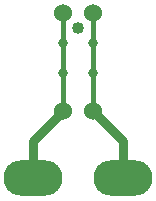
<source format=gbr>
G04 #@! TF.GenerationSoftware,KiCad,Pcbnew,(5.1.2)-2*
G04 #@! TF.CreationDate,2019-10-20T17:57:35-05:00*
G04 #@! TF.ProjectId,LaserDiode_Breakout_Hardware,4c617365-7244-4696-9f64-655f42726561,rev?*
G04 #@! TF.SameCoordinates,Original*
G04 #@! TF.FileFunction,Copper,L1,Top*
G04 #@! TF.FilePolarity,Positive*
%FSLAX46Y46*%
G04 Gerber Fmt 4.6, Leading zero omitted, Abs format (unit mm)*
G04 Created by KiCad (PCBNEW (5.1.2)-2) date 2019-10-20 17:57:35*
%MOMM*%
%LPD*%
G04 APERTURE LIST*
%ADD10O,5.000000X2.999999*%
%ADD11C,1.524000*%
%ADD12C,1.016000*%
%ADD13C,0.800000*%
%ADD14C,0.381000*%
%ADD15C,0.762000*%
G04 APERTURE END LIST*
D10*
X-723900000Y104140000D03*
X-731520000Y104140000D03*
D11*
X-726440000Y118110000D03*
X-728980000Y118110000D03*
D12*
X-727710000Y116840000D03*
D11*
X-728980000Y109866551D03*
X-726440000Y109866551D03*
D13*
X-728980000Y115570000D03*
X-728980000Y113030000D03*
X-726440000Y115570000D03*
X-726440000Y113030000D03*
D14*
X-728980000Y115570000D02*
X-728980000Y118110000D01*
X-728980000Y113030000D02*
X-728980000Y115570000D01*
X-728980000Y109866551D02*
X-728980000Y113030000D01*
D15*
X-731520000Y107326551D02*
X-728980000Y109866551D01*
X-731520000Y104140000D02*
X-731520000Y107326551D01*
D14*
X-726440000Y115570000D02*
X-726440000Y113030000D01*
X-726440000Y109866551D02*
X-726440000Y113030000D01*
X-726440000Y115570000D02*
X-726440000Y118110000D01*
D15*
X-723900000Y107326551D02*
X-726440000Y109866551D01*
X-723900000Y104140000D02*
X-723900000Y107326551D01*
M02*

</source>
